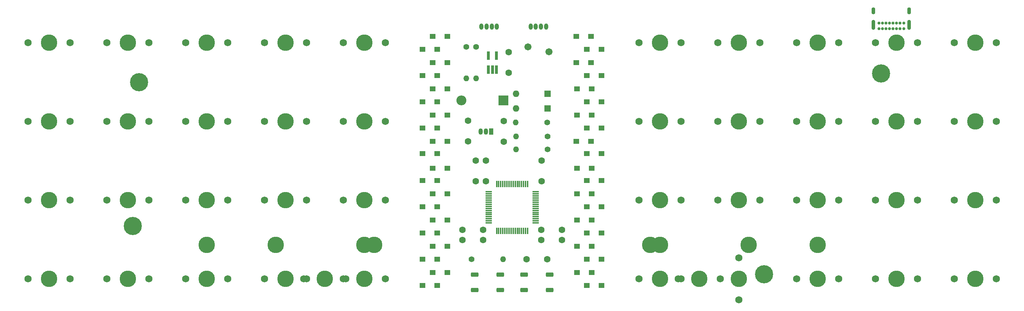
<source format=gbr>
%TF.GenerationSoftware,KiCad,Pcbnew,(7.0.0)*%
%TF.CreationDate,2024-02-11T13:38:05+01:00*%
%TF.ProjectId,LeSTMovoz,4c655354-4d6f-4766-9f7a-2e6b69636164,rev?*%
%TF.SameCoordinates,Original*%
%TF.FileFunction,Soldermask,Top*%
%TF.FilePolarity,Negative*%
%FSLAX46Y46*%
G04 Gerber Fmt 4.6, Leading zero omitted, Abs format (unit mm)*
G04 Created by KiCad (PCBNEW (7.0.0)) date 2024-02-11 13:38:05*
%MOMM*%
%LPD*%
G01*
G04 APERTURE LIST*
G04 Aperture macros list*
%AMRoundRect*
0 Rectangle with rounded corners*
0 $1 Rounding radius*
0 $2 $3 $4 $5 $6 $7 $8 $9 X,Y pos of 4 corners*
0 Add a 4 corners polygon primitive as box body*
4,1,4,$2,$3,$4,$5,$6,$7,$8,$9,$2,$3,0*
0 Add four circle primitives for the rounded corners*
1,1,$1+$1,$2,$3*
1,1,$1+$1,$4,$5*
1,1,$1+$1,$6,$7*
1,1,$1+$1,$8,$9*
0 Add four rect primitives between the rounded corners*
20,1,$1+$1,$2,$3,$4,$5,0*
20,1,$1+$1,$4,$5,$6,$7,0*
20,1,$1+$1,$6,$7,$8,$9,0*
20,1,$1+$1,$8,$9,$2,$3,0*%
G04 Aperture macros list end*
%ADD10C,4.400000*%
%ADD11R,1.400000X1.300000*%
%ADD12RoundRect,0.275000X-0.625000X-0.275000X0.625000X-0.275000X0.625000X0.275000X-0.625000X0.275000X0*%
%ADD13C,1.710000*%
%ADD14C,1.600000*%
%ADD15C,1.750000*%
%ADD16C,3.987800*%
%ADD17C,1.400000*%
%ADD18O,1.400000X1.400000*%
%ADD19R,2.400000X2.400000*%
%ADD20O,2.400000X2.400000*%
%ADD21R,1.600000X1.600000*%
%ADD22O,1.600000X1.600000*%
%ADD23R,1.050000X1.500000*%
%ADD24O,1.050000X1.500000*%
%ADD25R,0.650000X2.000000*%
%ADD26RoundRect,0.075000X0.075000X-0.700000X0.075000X0.700000X-0.075000X0.700000X-0.075000X-0.700000X0*%
%ADD27RoundRect,0.075000X0.700000X-0.075000X0.700000X0.075000X-0.700000X0.075000X-0.700000X-0.075000X0*%
%ADD28RoundRect,0.275000X0.625000X0.275000X-0.625000X0.275000X-0.625000X-0.275000X0.625000X-0.275000X0*%
%ADD29O,1.000000X1.500000*%
%ADD30C,0.700000*%
%ADD31O,0.900000X1.700000*%
%ADD32O,0.900000X2.400000*%
G04 APERTURE END LIST*
D10*
%TO.C,*%
X55137500Y-42862500D03*
%TD*%
D11*
%TO.C,D6*%
X160768749Y-31749999D03*
X164318749Y-31749999D03*
%TD*%
D12*
%TO.C,RST1*%
X148112500Y-89431250D03*
X154312500Y-89431250D03*
X148112500Y-93131250D03*
X154312500Y-93131250D03*
%TD*%
D13*
%TO.C,F1*%
X154156250Y-35525000D03*
X149056250Y-34325000D03*
%TD*%
D14*
%TO.C,C8*%
X152400000Y-66793750D03*
X152400000Y-61793750D03*
%TD*%
D15*
%TO.C,MX24*%
X85407500Y-71437500D03*
D16*
X90487500Y-71437500D03*
D15*
X95567500Y-71437500D03*
%TD*%
%TO.C,MX10*%
X252095000Y-33337500D03*
D16*
X257175000Y-33337500D03*
D15*
X262255000Y-33337500D03*
%TD*%
D17*
%TO.C,R4*%
X136525000Y-34290000D03*
D18*
X136524999Y-41909999D03*
%TD*%
D15*
%TO.C,MX19*%
X233045000Y-52387500D03*
D16*
X238125000Y-52387500D03*
D15*
X243205000Y-52387500D03*
%TD*%
%TO.C,MX5*%
X104457500Y-33337500D03*
D16*
X109537500Y-33337500D03*
D15*
X114617500Y-33337500D03*
%TD*%
%TO.C,MX6*%
X175895000Y-33337500D03*
D16*
X180975000Y-33337500D03*
D15*
X186055000Y-33337500D03*
%TD*%
D11*
%TO.C,D4*%
X127187499Y-34924999D03*
X123637499Y-34924999D03*
%TD*%
D15*
%TO.C,MX21*%
X28257500Y-71437500D03*
D16*
X33337500Y-71437500D03*
D15*
X38417500Y-71437500D03*
%TD*%
D10*
%TO.C,H6*%
X234387500Y-40736500D03*
%TD*%
D16*
%TO.C,S1*%
X202406250Y-82232500D03*
X178593750Y-82232500D03*
%TD*%
D14*
%TO.C,C5*%
X136475000Y-66793750D03*
X136475000Y-61793750D03*
%TD*%
D15*
%TO.C,MX4*%
X85407500Y-33337500D03*
D16*
X90487500Y-33337500D03*
D15*
X95567500Y-33337500D03*
%TD*%
D14*
%TO.C,C6*%
X138211531Y-81009836D03*
X133211531Y-81009836D03*
%TD*%
D15*
%TO.C,MX37*%
X175895000Y-90487500D03*
D16*
X180975000Y-90487500D03*
D15*
X186055000Y-90487500D03*
%TD*%
%TO.C,MX20*%
X252095000Y-52387500D03*
D16*
X257175000Y-52387500D03*
D15*
X262255000Y-52387500D03*
%TD*%
D16*
%TO.C,S2*%
X219075000Y-82232500D03*
X180975000Y-82232500D03*
%TD*%
D11*
%TO.C,D12*%
X129568749Y-50799999D03*
X126018749Y-50799999D03*
%TD*%
D15*
%TO.C,MX27*%
X194945000Y-71437500D03*
D16*
X200025000Y-71437500D03*
D15*
X205105000Y-71437500D03*
%TD*%
%TO.C,MX1*%
X28257500Y-33337500D03*
D16*
X33337500Y-33337500D03*
D15*
X38417500Y-33337500D03*
%TD*%
%TO.C,MX38*%
X185420000Y-90487500D03*
D16*
X190500000Y-90487500D03*
D15*
X195580000Y-90487500D03*
%TD*%
%TO.C,MX12*%
X47307500Y-52387500D03*
D16*
X52387500Y-52387500D03*
D15*
X57467500Y-52387500D03*
%TD*%
D11*
%TO.C,D3*%
X129568749Y-38099999D03*
X126018749Y-38099999D03*
%TD*%
%TO.C,D8*%
X160768749Y-38099999D03*
X164318749Y-38099999D03*
%TD*%
D17*
%TO.C,R3*%
X153828750Y-55981250D03*
D18*
X146208749Y-55981249D03*
%TD*%
D11*
%TO.C,D16*%
X163324999Y-60124999D03*
X166874999Y-60124999D03*
%TD*%
D15*
%TO.C,MX34*%
X85407500Y-90487500D03*
D16*
X90487500Y-90487500D03*
D15*
X95567500Y-90487500D03*
%TD*%
D14*
%TO.C,C1*%
X134625429Y-52150000D03*
X134625429Y-57150000D03*
%TD*%
D11*
%TO.C,D9*%
X163324999Y-41274999D03*
X166874999Y-41274999D03*
%TD*%
%TO.C,D24*%
X127187499Y-66674999D03*
X123637499Y-66674999D03*
%TD*%
D15*
%TO.C,MX41*%
X233045000Y-90487500D03*
D16*
X238125000Y-90487500D03*
D15*
X243205000Y-90487500D03*
%TD*%
D11*
%TO.C,D38*%
X163324999Y-85724999D03*
X166874999Y-85724999D03*
%TD*%
%TO.C,D29*%
X163324999Y-73024999D03*
X166874999Y-73024999D03*
%TD*%
D17*
%TO.C,R5*%
X134143750Y-34290000D03*
D18*
X134143749Y-41909999D03*
%TD*%
D15*
%TO.C,MX28*%
X213995000Y-71437500D03*
D16*
X219075000Y-71437500D03*
D15*
X224155000Y-71437500D03*
%TD*%
%TO.C,MX8*%
X213995000Y-33337500D03*
D16*
X219075000Y-33337500D03*
D15*
X224155000Y-33337500D03*
%TD*%
D11*
%TO.C,D18*%
X163324999Y-53974999D03*
X166874999Y-53974999D03*
%TD*%
D15*
%TO.C,MX18*%
X213995000Y-52387500D03*
D16*
X219075000Y-52387500D03*
D15*
X224155000Y-52387500D03*
%TD*%
D11*
%TO.C,D7*%
X163324999Y-34924999D03*
X166874999Y-34924999D03*
%TD*%
%TO.C,D34*%
X129568749Y-88899999D03*
X126018749Y-88899999D03*
%TD*%
%TO.C,D20*%
X163324999Y-47624999D03*
X166874999Y-47624999D03*
%TD*%
D15*
%TO.C,MX33*%
X66357500Y-90487500D03*
D16*
X71437500Y-90487500D03*
D15*
X76517500Y-90487500D03*
%TD*%
D11*
%TO.C,D13*%
X127187499Y-53974999D03*
X123637499Y-53974999D03*
%TD*%
D19*
%TO.C,D41*%
X143192499Y-47300965D03*
D20*
X133032499Y-47300965D03*
%TD*%
D17*
%TO.C,R2*%
X153828750Y-59156250D03*
D18*
X146208749Y-59156249D03*
%TD*%
D11*
%TO.C,D15*%
X127187499Y-60124999D03*
X123637499Y-60124999D03*
%TD*%
D15*
%TO.C,MX23*%
X66357500Y-71437500D03*
D16*
X71437500Y-71437500D03*
D15*
X76517500Y-71437500D03*
%TD*%
D11*
%TO.C,D33*%
X127187499Y-85724999D03*
X123637499Y-85724999D03*
%TD*%
D17*
%TO.C,R1*%
X153728750Y-52562500D03*
D18*
X146108749Y-52562499D03*
%TD*%
D11*
%TO.C,D10*%
X160943749Y-44449999D03*
X164493749Y-44449999D03*
%TD*%
%TO.C,D36*%
X163324999Y-92074999D03*
X166874999Y-92074999D03*
%TD*%
D15*
%TO.C,MX14*%
X85407500Y-52387500D03*
D16*
X90487500Y-52387500D03*
D15*
X95567500Y-52387500D03*
%TD*%
D11*
%TO.C,D19*%
X160943749Y-50799999D03*
X164493749Y-50799999D03*
%TD*%
D21*
%TO.C,D43*%
X153828749Y-49212499D03*
D22*
X146208749Y-49212499D03*
%TD*%
D11*
%TO.C,D5*%
X129568749Y-31749999D03*
X126018749Y-31749999D03*
%TD*%
D23*
%TO.C,U2*%
X140176249Y-54768749D03*
D24*
X138906249Y-54768749D03*
X137636249Y-54768749D03*
%TD*%
D14*
%TO.C,C10*%
X138906250Y-66793750D03*
X138906250Y-61793750D03*
%TD*%
D16*
%TO.C,S3*%
X109537500Y-82232500D03*
X71437500Y-82232500D03*
%TD*%
D11*
%TO.C,D23*%
X129568749Y-69849999D03*
X126018749Y-69849999D03*
%TD*%
D15*
%TO.C,MX17*%
X194945000Y-52387500D03*
D16*
X200025000Y-52387500D03*
D15*
X205105000Y-52387500D03*
%TD*%
D11*
%TO.C,D27*%
X163324999Y-66674999D03*
X166874999Y-66674999D03*
%TD*%
%TO.C,D2*%
X127187499Y-41274999D03*
X123637499Y-41274999D03*
%TD*%
D14*
%TO.C,C9*%
X152268053Y-78635515D03*
X157268053Y-78635515D03*
%TD*%
D15*
%TO.C,MX16*%
X175895000Y-52387500D03*
D16*
X180975000Y-52387500D03*
D15*
X186055000Y-52387500D03*
%TD*%
D11*
%TO.C,D39*%
X160943749Y-82549999D03*
X164493749Y-82549999D03*
%TD*%
%TO.C,D17*%
X160768749Y-57149999D03*
X164318749Y-57149999D03*
%TD*%
D15*
%TO.C,MX31*%
X28257500Y-90487500D03*
D16*
X33337500Y-90487500D03*
D15*
X38417500Y-90487500D03*
%TD*%
D16*
%TO.C,S4*%
X111918750Y-82232500D03*
X88106250Y-82232500D03*
%TD*%
D11*
%TO.C,D40*%
X163324999Y-79374999D03*
X166874999Y-79374999D03*
%TD*%
D15*
%TO.C,MX26*%
X175895000Y-71437500D03*
D16*
X180975000Y-71437500D03*
D15*
X186055000Y-71437500D03*
%TD*%
D11*
%TO.C,D1*%
X129568749Y-44449999D03*
X126018749Y-44449999D03*
%TD*%
D17*
%TO.C,R6*%
X135490000Y-85725000D03*
D18*
X143109999Y-85724999D03*
%TD*%
D11*
%TO.C,D30*%
X160943749Y-76199999D03*
X164493749Y-76199999D03*
%TD*%
D14*
%TO.C,C7*%
X138211531Y-78578586D03*
X133211531Y-78578586D03*
%TD*%
D15*
%TO.C,MX32*%
X47307500Y-90487500D03*
D16*
X52387500Y-90487500D03*
D15*
X57467500Y-90487500D03*
%TD*%
D25*
%TO.C,U3*%
X139543749Y-39809999D03*
X140493749Y-39809999D03*
X141443749Y-39809999D03*
X141443749Y-36389999D03*
X139543749Y-36389999D03*
%TD*%
D11*
%TO.C,D31*%
X127187499Y-79374999D03*
X123637499Y-79374999D03*
%TD*%
D15*
%TO.C,MX3*%
X66357500Y-33337500D03*
D16*
X71437500Y-33337500D03*
D15*
X76517500Y-33337500D03*
%TD*%
D11*
%TO.C,D28*%
X160943749Y-69849999D03*
X164493749Y-69849999D03*
%TD*%
D15*
%TO.C,MX29*%
X233045000Y-71437500D03*
D16*
X238125000Y-71437500D03*
D15*
X243205000Y-71437500D03*
%TD*%
%TO.C,MX39*%
X200025000Y-95567500D03*
D16*
X200025000Y-90487500D03*
D15*
X200025000Y-85407500D03*
%TD*%
D11*
%TO.C,D11*%
X127187499Y-47624999D03*
X123637499Y-47624999D03*
%TD*%
D15*
%TO.C,MX7*%
X194945000Y-33337500D03*
D16*
X200025000Y-33337500D03*
D15*
X205105000Y-33337500D03*
%TD*%
%TO.C,MX22*%
X47307500Y-71437500D03*
D16*
X52387500Y-71437500D03*
D15*
X57467500Y-71437500D03*
%TD*%
%TO.C,MX9*%
X243205000Y-33337500D03*
D16*
X238125000Y-33337500D03*
D15*
X233045000Y-33337500D03*
%TD*%
D21*
%TO.C,D42*%
X153828749Y-45662499D03*
D22*
X146208749Y-45662499D03*
%TD*%
D14*
%TO.C,C3*%
X148712500Y-85725000D03*
X153712500Y-85725000D03*
%TD*%
D11*
%TO.C,D37*%
X160943749Y-88899999D03*
X164493749Y-88899999D03*
%TD*%
%TO.C,D21*%
X129568749Y-76199999D03*
X126018749Y-76199999D03*
%TD*%
D14*
%TO.C,C4*%
X152268053Y-81066765D03*
X157268053Y-81066765D03*
%TD*%
D15*
%TO.C,MX15*%
X104457500Y-52387500D03*
D16*
X109537500Y-52387500D03*
D15*
X114617500Y-52387500D03*
%TD*%
D10*
%TO.C,*%
X206137500Y-89371500D03*
%TD*%
%TO.C,*%
X53537500Y-77636500D03*
%TD*%
D15*
%TO.C,MX25*%
X104457500Y-71437500D03*
D16*
X109537500Y-71437500D03*
D15*
X114617500Y-71437500D03*
%TD*%
%TO.C,MX36*%
X94932500Y-90487500D03*
D16*
X100012500Y-90487500D03*
D15*
X105092500Y-90487500D03*
%TD*%
%TO.C,MX13*%
X66357500Y-52387500D03*
D16*
X71437500Y-52387500D03*
D15*
X76517500Y-52387500D03*
%TD*%
D26*
%TO.C,U1*%
X141506250Y-78828090D03*
X142006250Y-78828090D03*
X142506250Y-78828090D03*
X143006250Y-78828090D03*
X143506250Y-78828090D03*
X144006250Y-78828090D03*
X144506250Y-78828090D03*
X145006250Y-78828090D03*
X145506250Y-78828090D03*
X146006250Y-78828090D03*
X146506250Y-78828090D03*
X147006250Y-78828090D03*
X147506250Y-78828090D03*
X148006250Y-78828090D03*
X148506250Y-78828090D03*
X149006250Y-78828090D03*
D27*
X150931250Y-76903090D03*
X150931250Y-76403090D03*
X150931250Y-75903090D03*
X150931250Y-75403090D03*
X150931250Y-74903090D03*
X150931250Y-74403090D03*
X150931250Y-73903090D03*
X150931250Y-73403090D03*
X150931250Y-72903090D03*
X150931250Y-72403090D03*
X150931250Y-71903090D03*
X150931250Y-71403090D03*
X150931250Y-70903090D03*
X150931250Y-70403090D03*
X150931250Y-69903090D03*
X150931250Y-69403090D03*
D26*
X149006250Y-67478090D03*
X148506250Y-67478090D03*
X148006250Y-67478090D03*
X147506250Y-67478090D03*
X147006250Y-67478090D03*
X146506250Y-67478090D03*
X146006250Y-67478090D03*
X145506250Y-67478090D03*
X145006250Y-67478090D03*
X144506250Y-67478090D03*
X144006250Y-67478090D03*
X143506250Y-67478090D03*
X143006250Y-67478090D03*
X142506250Y-67478090D03*
X142006250Y-67478090D03*
X141506250Y-67478090D03*
D27*
X139581250Y-69403090D03*
X139581250Y-69903090D03*
X139581250Y-70403090D03*
X139581250Y-70903090D03*
X139581250Y-71403090D03*
X139581250Y-71903090D03*
X139581250Y-72403090D03*
X139581250Y-72903090D03*
X139581250Y-73403090D03*
X139581250Y-73903090D03*
X139581250Y-74403090D03*
X139581250Y-74903090D03*
X139581250Y-75403090D03*
X139581250Y-75903090D03*
X139581250Y-76403090D03*
X139581250Y-76903090D03*
%TD*%
D15*
%TO.C,MX40*%
X213995000Y-90487500D03*
D16*
X219075000Y-90487500D03*
D15*
X224155000Y-90487500D03*
%TD*%
D11*
%TO.C,D25*%
X129568749Y-63699999D03*
X126018749Y-63699999D03*
%TD*%
%TO.C,D22*%
X127187499Y-73024999D03*
X123637499Y-73024999D03*
%TD*%
D14*
%TO.C,C12*%
X144462500Y-35600000D03*
X144462500Y-40600000D03*
%TD*%
D15*
%TO.C,MX2*%
X47307500Y-33337500D03*
D16*
X52387500Y-33337500D03*
D15*
X57467500Y-33337500D03*
%TD*%
D11*
%TO.C,D32*%
X129568749Y-82549999D03*
X126018749Y-82549999D03*
%TD*%
D15*
%TO.C,MX11*%
X28257500Y-52387500D03*
D16*
X33337500Y-52387500D03*
D15*
X38417500Y-52387500D03*
%TD*%
%TO.C,MX42*%
X252095000Y-90487500D03*
D16*
X257175000Y-90487500D03*
D15*
X262255000Y-90487500D03*
%TD*%
%TO.C,MX30*%
X252095000Y-71437500D03*
D16*
X257175000Y-71437500D03*
D15*
X262255000Y-71437500D03*
%TD*%
%TO.C,MX35*%
X104457500Y-90487500D03*
D16*
X109537500Y-90487500D03*
D15*
X114617500Y-90487500D03*
%TD*%
D14*
%TO.C,C2*%
X143250429Y-52276860D03*
X143250429Y-57276860D03*
%TD*%
D11*
%TO.C,D14*%
X129568749Y-57149999D03*
X126018749Y-57149999D03*
%TD*%
D28*
%TO.C,SW1*%
X142400000Y-93131250D03*
X136200000Y-93131250D03*
X142400000Y-89431250D03*
X136200000Y-89431250D03*
%TD*%
D11*
%TO.C,D35*%
X127187499Y-92074999D03*
X123637499Y-92074999D03*
%TD*%
%TO.C,D26*%
X160943749Y-63699999D03*
X164493749Y-63699999D03*
%TD*%
D29*
%TO.C,D44*%
X139074999Y-29368749D03*
X141549999Y-29368749D03*
X140324999Y-29368749D03*
X137849999Y-29368749D03*
%TD*%
%TO.C,D45*%
X150981249Y-29368749D03*
X153456249Y-29368749D03*
X152231249Y-29368749D03*
X149756249Y-29368749D03*
%TD*%
D30*
%TO.C,J1*%
X233938179Y-29918750D03*
X234788179Y-29918750D03*
X235638179Y-29918750D03*
X236488179Y-29918750D03*
X237338179Y-29918750D03*
X238188179Y-29918750D03*
X239038179Y-29918750D03*
X239888179Y-29918750D03*
X239888179Y-28568750D03*
X239038179Y-28568750D03*
X238188179Y-28568750D03*
X237338179Y-28568750D03*
X236488179Y-28568750D03*
X235638179Y-28568750D03*
X234788179Y-28568750D03*
X233938179Y-28568750D03*
D31*
X232588178Y-25558749D03*
D32*
X232588178Y-28938749D03*
D31*
X241238178Y-25558749D03*
D32*
X241238178Y-28938749D03*
%TD*%
M02*

</source>
